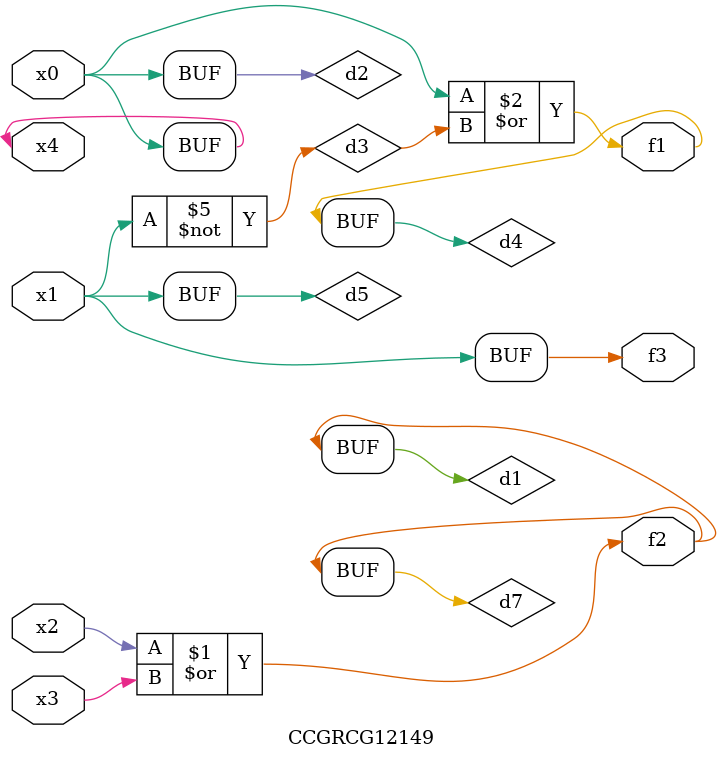
<source format=v>
module CCGRCG12149(
	input x0, x1, x2, x3, x4,
	output f1, f2, f3
);

	wire d1, d2, d3, d4, d5, d6, d7;

	or (d1, x2, x3);
	buf (d2, x0, x4);
	not (d3, x1);
	or (d4, d2, d3);
	not (d5, d3);
	nand (d6, d1, d3);
	or (d7, d1);
	assign f1 = d4;
	assign f2 = d7;
	assign f3 = d5;
endmodule

</source>
